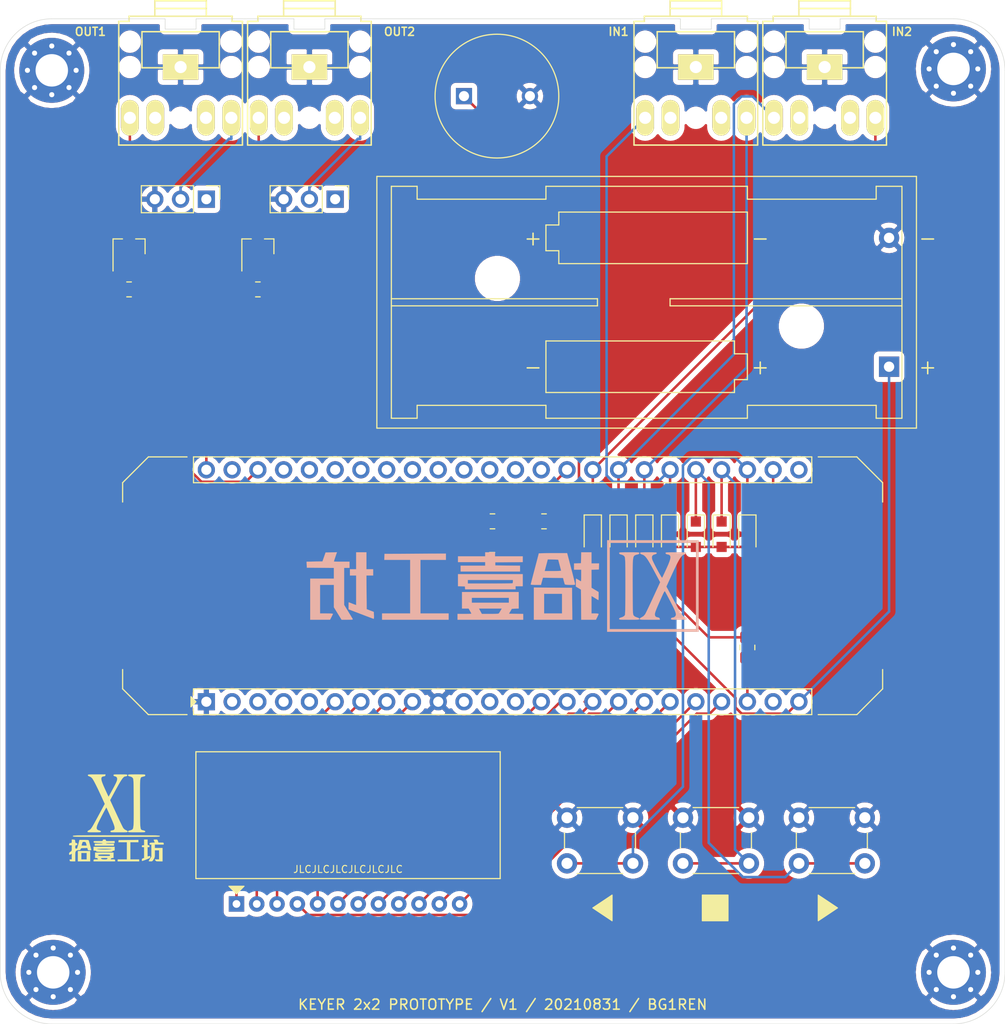
<source format=kicad_pcb>
(kicad_pcb (version 20171130) (host pcbnew "(5.1.10-1-10_14)")
  (layers (0 F.Cu signal) (31 B.Cu signal) (34 B.Paste user) (35 F.Paste user) (36 B.SilkS user) (37 F.SilkS user) (38 B.Mask user) (39 F.Mask user) (44 Edge.Cuts user))
  (net 0 "")
  (net 1 GND)
  (net 2 /BATT)
  (net 3 /WAKE)
  (net 4 /BTN_L)
  (net 5 /BTN_M)
  (net 6 /BTN_R)
  (net 7 /DIT1)
  (net 8 /DAH1)
  (net 9 /DIT2)
  (net 10 /DAH2)
  (net 11 "Net-(J1-Pad2)")
  (net 12 "Net-(J2-PadT)")
  (net 13 "Net-(J3-Pad2)")
  (net 14 "Net-(J4-PadT)")
  (net 15 "Net-(LS1-Pad1)")
  (net 16 "Net-(Q1-Pad1)")
  (net 17 "Net-(Q2-Pad1)")
  (net 18 /KEYING1)
  (net 19 /KEYING2)
  (net 20 /SIDETONE)
  (net 21 /COM3)
  (net 22 /SEG7)
  (net 23 /SEG6)
  (net 24 /SEG5)
  (net 25 /SEG4)
  (net 26 /SEG3)
  (net 27 /SEG2)
  (net 28 /SEG1)
  (net 29 /SEG0)
  (net 30 /COM2)
  (net 31 /COM1)
  (net 32 /COM0)
  (net 33 /ADC_IN)
  (module xi:xi-logo-b-40_10 (layer B.Cu) (at 100.33 106.68 180)
    (fp_text reference G*** hide)
    (fp_text value LOGO hide)
  )
  (module xi:xi-logo-a-10_09 (layer F.Cu) (at 62.23 129.54)
    (fp_text reference G*** hide)
    (fp_text value LOGO hide)
  )
  (module Resistor_SMD:R_0805_2012Metric_Pad1.20x1.40mm_HandSolder (layer F.Cu) (at 99.33 100.33 180)
    (fp_text reference R5 hide)
    (fp_text value 1M)
    (pad 2 smd roundrect (at 1 0 180) (size 1.2 1.4) (layers F.Cu F.Paste F.Mask) (roundrect_rratio 0.2083325) (net 1 GND))
    (pad 1 smd roundrect (at -1 0 180) (size 1.2 1.4) (layers F.Cu F.Paste F.Mask) (roundrect_rratio 0.2083325) (net 33 /ADC_IN))
  )
  (module Resistor_SMD:R_0805_2012Metric_Pad1.20x1.40mm_HandSolder (layer F.Cu) (at 104.41 100.33 180)
    (fp_text reference R4 hide)
    (fp_text value 2M)
    (pad 2 smd roundrect (at 1 0 180) (size 1.2 1.4) (layers F.Cu F.Paste F.Mask) (roundrect_rratio 0.2083325) (net 33 /ADC_IN))
    (pad 1 smd roundrect (at -1 0 180) (size 1.2 1.4) (layers F.Cu F.Paste F.Mask) (roundrect_rratio 0.2083325) (net 2 /BATT))
  )
  (module Capacitor_SMD:C_0805_2012Metric_Pad1.18x1.45mm_HandSolder (layer F.Cu) (at 99.2925 104.14 180)
    (fp_text reference C1 hide)
    (fp_text value 100n)
    (pad 2 smd roundrect (at 1.0375 0 180) (size 1.175 1.45) (layers F.Cu F.Paste F.Mask) (roundrect_rratio 0.2127659574468085) (net 1 GND))
    (pad 1 smd roundrect (at -1.0375 0 180) (size 1.175 1.45) (layers F.Cu F.Paste F.Mask) (roundrect_rratio 0.2127659574468085) (net 33 /ADC_IN))
  )
  (module Package_TO_SOT_SMD:SOT-23_Handsoldering (layer F.Cu) (at 76.2 73.255 90)
    (fp_text reference Q2 hide)
    (fp_text value 2N7002)
    (pad 3 smd rect (at 1.5 0 90) (size 1.9 0.8) (layers F.Cu F.Paste F.Mask) (net 14 "Net-(J4-PadT)"))
    (pad 2 smd rect (at -1.5 0.95 90) (size 1.9 0.8) (layers F.Cu F.Paste F.Mask) (net 1 GND))
    (pad 1 smd rect (at -1.5 -0.95 90) (size 1.9 0.8) (layers F.Cu F.Paste F.Mask) (net 17 "Net-(Q2-Pad1)"))
  )
  (module Package_TO_SOT_SMD:SOT-23_Handsoldering (layer F.Cu) (at 63.5 73.255 90)
    (fp_text reference Q1 hide)
    (fp_text value 2N7002)
    (pad 3 smd rect (at 1.5 0 90) (size 1.9 0.8) (layers F.Cu F.Paste F.Mask) (net 12 "Net-(J2-PadT)"))
    (pad 2 smd rect (at -1.5 0.95 90) (size 1.9 0.8) (layers F.Cu F.Paste F.Mask) (net 1 GND))
    (pad 1 smd rect (at -1.5 -0.95 90) (size 1.9 0.8) (layers F.Cu F.Paste F.Mask) (net 16 "Net-(Q1-Pad1)"))
  )
  (module Diode_SMD:D_SOD-323_HandSoldering (layer F.Cu) (at 109.22 101.6 270)
    (fp_text reference D7 hide)
    (fp_text value 1N4148WS)
    (pad 2 smd rect (at 1.25 0 270) (size 1 1) (layers F.Cu F.Paste F.Mask) (net 3 /WAKE))
    (pad 1 smd rect (at -1.25 0 270) (size 1 1) (layers F.Cu F.Paste F.Mask) (net 10 /DAH2))
  )
  (module Diode_SMD:D_SOD-323_HandSoldering (layer F.Cu) (at 111.76 101.6 270)
    (fp_text reference D6 hide)
    (fp_text value 1N4148WS)
    (pad 2 smd rect (at 1.25 0 270) (size 1 1) (layers F.Cu F.Paste F.Mask) (net 3 /WAKE))
    (pad 1 smd rect (at -1.25 0 270) (size 1 1) (layers F.Cu F.Paste F.Mask) (net 9 /DIT2))
  )
  (module Diode_SMD:D_SOD-323_HandSoldering (layer F.Cu) (at 114.3 101.6 270)
    (fp_text reference D5 hide)
    (fp_text value 1N4148WS)
    (pad 2 smd rect (at 1.25 0 270) (size 1 1) (layers F.Cu F.Paste F.Mask) (net 3 /WAKE))
    (pad 1 smd rect (at -1.25 0 270) (size 1 1) (layers F.Cu F.Paste F.Mask) (net 8 /DAH1))
  )
  (module Diode_SMD:D_SOD-323_HandSoldering (layer F.Cu) (at 116.84 101.6 270)
    (fp_text reference D4 hide)
    (fp_text value 1N4148WS)
    (pad 2 smd rect (at 1.25 0 270) (size 1 1) (layers F.Cu F.Paste F.Mask) (net 3 /WAKE))
    (pad 1 smd rect (at -1.25 0 270) (size 1 1) (layers F.Cu F.Paste F.Mask) (net 7 /DIT1))
  )
  (module Diode_SMD:D_SOD-323_HandSoldering (layer F.Cu) (at 119.38 101.6 270)
    (fp_text reference D3 hide)
    (fp_text value 1N4148WS)
    (pad 2 smd rect (at 1.25 0 270) (size 1 1) (layers F.Cu F.Paste F.Mask) (net 3 /WAKE))
    (pad 1 smd rect (at -1.25 0 270) (size 1 1) (layers F.Cu F.Paste F.Mask) (net 6 /BTN_R))
  )
  (module Diode_SMD:D_SOD-323_HandSoldering (layer F.Cu) (at 121.92 101.6 270)
    (fp_text reference D2 hide)
    (fp_text value 1N4148WS)
    (pad 2 smd rect (at 1.25 0 270) (size 1 1) (layers F.Cu F.Paste F.Mask) (net 3 /WAKE))
    (pad 1 smd rect (at -1.25 0 270) (size 1 1) (layers F.Cu F.Paste F.Mask) (net 5 /BTN_M))
  )
  (module Diode_SMD:D_SOD-323_HandSoldering (layer F.Cu) (at 124.46 101.6 270)
    (fp_text reference D1 hide)
    (fp_text value 1N4148WS)
    (pad 2 smd rect (at 1.25 0 270) (size 1 1) (layers F.Cu F.Paste F.Mask) (net 3 /WAKE))
    (pad 1 smd rect (at -1.25 0 270) (size 1 1) (layers F.Cu F.Paste F.Mask) (net 4 /BTN_L))
  )
  (module MountingHole:MountingHole_3.2mm_M3_Pad_Via (layer F.Cu) (at 144.78 144.78)
    (fp_text reference H4 hide)
    (fp_text value M4)
    (pad 1 thru_hole circle (at 1.697056 -1.697056) (size 0.8 0.8) (drill 0.5) (layers *.Cu *.Mask) (net 1 GND))
    (pad 1 thru_hole circle (at 0 -2.4) (size 0.8 0.8) (drill 0.5) (layers *.Cu *.Mask) (net 1 GND))
    (pad 1 thru_hole circle (at -1.697056 -1.697056) (size 0.8 0.8) (drill 0.5) (layers *.Cu *.Mask) (net 1 GND))
    (pad 1 thru_hole circle (at -2.4 0) (size 0.8 0.8) (drill 0.5) (layers *.Cu *.Mask) (net 1 GND))
    (pad 1 thru_hole circle (at -1.697056 1.697056) (size 0.8 0.8) (drill 0.5) (layers *.Cu *.Mask) (net 1 GND))
    (pad 1 thru_hole circle (at 0 2.4) (size 0.8 0.8) (drill 0.5) (layers *.Cu *.Mask) (net 1 GND))
    (pad 1 thru_hole circle (at 1.697056 1.697056) (size 0.8 0.8) (drill 0.5) (layers *.Cu *.Mask) (net 1 GND))
    (pad 1 thru_hole circle (at 2.4 0) (size 0.8 0.8) (drill 0.5) (layers *.Cu *.Mask) (net 1 GND))
    (pad 1 thru_hole circle (at 0 0) (size 6.4 6.4) (drill 3.2) (layers *.Cu *.Mask) (net 1 GND))
  )
  (module MountingHole:MountingHole_3.2mm_M3_Pad_Via (layer F.Cu) (at 144.78 55.74)
    (fp_text reference H3 hide)
    (fp_text value M3)
    (pad 1 thru_hole circle (at 1.697056 -1.697056) (size 0.8 0.8) (drill 0.5) (layers *.Cu *.Mask) (net 1 GND))
    (pad 1 thru_hole circle (at 0 -2.4) (size 0.8 0.8) (drill 0.5) (layers *.Cu *.Mask) (net 1 GND))
    (pad 1 thru_hole circle (at -1.697056 -1.697056) (size 0.8 0.8) (drill 0.5) (layers *.Cu *.Mask) (net 1 GND))
    (pad 1 thru_hole circle (at -2.4 0) (size 0.8 0.8) (drill 0.5) (layers *.Cu *.Mask) (net 1 GND))
    (pad 1 thru_hole circle (at -1.697056 1.697056) (size 0.8 0.8) (drill 0.5) (layers *.Cu *.Mask) (net 1 GND))
    (pad 1 thru_hole circle (at 0 2.4) (size 0.8 0.8) (drill 0.5) (layers *.Cu *.Mask) (net 1 GND))
    (pad 1 thru_hole circle (at 1.697056 1.697056) (size 0.8 0.8) (drill 0.5) (layers *.Cu *.Mask) (net 1 GND))
    (pad 1 thru_hole circle (at 2.4 0) (size 0.8 0.8) (drill 0.5) (layers *.Cu *.Mask) (net 1 GND))
    (pad 1 thru_hole circle (at 0 0) (size 6.4 6.4) (drill 3.2) (layers *.Cu *.Mask) (net 1 GND))
  )
  (module MountingHole:MountingHole_3.2mm_M3_Pad_Via (layer F.Cu) (at 56.02 144.78)
    (fp_text reference H2 hide)
    (fp_text value M2)
    (pad 1 thru_hole circle (at 1.697056 -1.697056) (size 0.8 0.8) (drill 0.5) (layers *.Cu *.Mask) (net 1 GND))
    (pad 1 thru_hole circle (at 0 -2.4) (size 0.8 0.8) (drill 0.5) (layers *.Cu *.Mask) (net 1 GND))
    (pad 1 thru_hole circle (at -1.697056 -1.697056) (size 0.8 0.8) (drill 0.5) (layers *.Cu *.Mask) (net 1 GND))
    (pad 1 thru_hole circle (at -2.4 0) (size 0.8 0.8) (drill 0.5) (layers *.Cu *.Mask) (net 1 GND))
    (pad 1 thru_hole circle (at -1.697056 1.697056) (size 0.8 0.8) (drill 0.5) (layers *.Cu *.Mask) (net 1 GND))
    (pad 1 thru_hole circle (at 0 2.4) (size 0.8 0.8) (drill 0.5) (layers *.Cu *.Mask) (net 1 GND))
    (pad 1 thru_hole circle (at 1.697056 1.697056) (size 0.8 0.8) (drill 0.5) (layers *.Cu *.Mask) (net 1 GND))
    (pad 1 thru_hole circle (at 2.4 0) (size 0.8 0.8) (drill 0.5) (layers *.Cu *.Mask) (net 1 GND))
    (pad 1 thru_hole circle (at 0 0) (size 6.4 6.4) (drill 3.2) (layers *.Cu *.Mask) (net 1 GND))
  )
  (module MountingHole:MountingHole_3.2mm_M3_Pad_Via (layer F.Cu) (at 55.88 55.88)
    (fp_text reference H1 hide)
    (fp_text value M1)
    (pad 1 thru_hole circle (at 1.697056 -1.697056) (size 0.8 0.8) (drill 0.5) (layers *.Cu *.Mask) (net 1 GND))
    (pad 1 thru_hole circle (at 0 -2.4) (size 0.8 0.8) (drill 0.5) (layers *.Cu *.Mask) (net 1 GND))
    (pad 1 thru_hole circle (at -1.697056 -1.697056) (size 0.8 0.8) (drill 0.5) (layers *.Cu *.Mask) (net 1 GND))
    (pad 1 thru_hole circle (at -2.4 0) (size 0.8 0.8) (drill 0.5) (layers *.Cu *.Mask) (net 1 GND))
    (pad 1 thru_hole circle (at -1.697056 1.697056) (size 0.8 0.8) (drill 0.5) (layers *.Cu *.Mask) (net 1 GND))
    (pad 1 thru_hole circle (at 0 2.4) (size 0.8 0.8) (drill 0.5) (layers *.Cu *.Mask) (net 1 GND))
    (pad 1 thru_hole circle (at 1.697056 1.697056) (size 0.8 0.8) (drill 0.5) (layers *.Cu *.Mask) (net 1 GND))
    (pad 1 thru_hole circle (at 2.4 0) (size 0.8 0.8) (drill 0.5) (layers *.Cu *.Mask) (net 1 GND))
    (pad 1 thru_hole circle (at 0 0) (size 6.4 6.4) (drill 3.2) (layers *.Cu *.Mask) (net 1 GND))
  )
  (module bg1ren:LCD-SEG-4 (layer F.Cu) (at 85.09 129.54)
    (fp_text reference U2 hide)
    (fp_text value DISPLAY)
    (pad 12 thru_hole circle (at 11 8.5) (size 1.524 1.524) (drill 0.762) (layers *.Cu *.Mask) (net 22 /SEG7))
    (pad 11 thru_hole circle (at 9 8.5) (size 1.524 1.524) (drill 0.762) (layers *.Cu *.Mask) (net 23 /SEG6))
    (pad 10 thru_hole circle (at 7 8.5) (size 1.524 1.524) (drill 0.762) (layers *.Cu *.Mask) (net 24 /SEG5))
    (pad 9 thru_hole circle (at 5 8.5) (size 1.524 1.524) (drill 0.762) (layers *.Cu *.Mask) (net 25 /SEG4))
    (pad 8 thru_hole circle (at 3 8.5) (size 1.524 1.524) (drill 0.762) (layers *.Cu *.Mask) (net 26 /SEG3))
    (pad 7 thru_hole circle (at 1 8.5) (size 1.524 1.524) (drill 0.762) (layers *.Cu *.Mask) (net 27 /SEG2))
    (pad 6 thru_hole circle (at -1 8.5) (size 1.524 1.524) (drill 0.762) (layers *.Cu *.Mask) (net 28 /SEG1))
    (pad 5 thru_hole circle (at -3 8.5) (size 1.524 1.524) (drill 0.762) (layers *.Cu *.Mask) (net 29 /SEG0))
    (pad 4 thru_hole circle (at -5 8.5) (size 1.524 1.524) (drill 0.762) (layers *.Cu *.Mask) (net 21 /COM3))
    (pad 3 thru_hole circle (at -7 8.5) (size 1.524 1.524) (drill 0.762) (layers *.Cu *.Mask) (net 30 /COM2))
    (pad 2 thru_hole circle (at -9 8.5) (size 1.524 1.524) (drill 0.762) (layers *.Cu *.Mask) (net 31 /COM1))
    (pad 1 thru_hole rect (at -11 8.5) (size 1.524 1.524) (drill 0.762) (layers *.Cu *.Mask) (net 32 /COM0))
  )
  (module bg1ren:STM8L052C6T6-GreenPill-v1 (layer F.Cu) (at 100.33 106.68 90)
    (fp_text reference U1 hide)
    (fp_text value STM8L052C6T6-GreenPill-v1)
    (pad 48 thru_hole circle (at 11.43 -29.21 90) (size 1.7 1.7) (drill 1) (layers *.Cu *.Mask) (net 19 /KEYING2))
    (pad 47 thru_hole circle (at 11.43 -26.67 90) (size 1.7 1.7) (drill 1) (layers *.Cu *.Mask))
    (pad 46 thru_hole circle (at 11.43 -24.13 90) (size 1.7 1.7) (drill 1) (layers *.Cu *.Mask) (net 18 /KEYING1))
    (pad 45 thru_hole circle (at 11.43 -21.59 90) (size 1.7 1.7) (drill 1) (layers *.Cu *.Mask))
    (pad 44 thru_hole circle (at 11.43 -19.05 90) (size 1.7 1.7) (drill 1) (layers *.Cu *.Mask))
    (pad 43 thru_hole circle (at 11.43 -16.51 90) (size 1.7 1.7) (drill 1) (layers *.Cu *.Mask))
    (pad 42 thru_hole circle (at 11.43 -13.97 90) (size 1.7 1.7) (drill 1) (layers *.Cu *.Mask))
    (pad 41 thru_hole circle (at 11.43 -11.43 90) (size 1.7 1.7) (drill 1) (layers *.Cu *.Mask))
    (pad 40 thru_hole circle (at 11.43 -8.89 90) (size 1.7 1.7) (drill 1) (layers *.Cu *.Mask))
    (pad 39 thru_hole circle (at 11.43 -6.35 90) (size 1.7 1.7) (drill 1) (layers *.Cu *.Mask))
    (pad 38 thru_hole circle (at 11.43 -3.81 90) (size 1.7 1.7) (drill 1) (layers *.Cu *.Mask))
    (pad 37 thru_hole circle (at 11.43 -1.27 90) (size 1.7 1.7) (drill 1) (layers *.Cu *.Mask))
    (pad 36 thru_hole circle (at 11.43 1.27 90) (size 1.7 1.7) (drill 1) (layers *.Cu *.Mask))
    (pad 35 thru_hole circle (at 11.43 3.81 90) (size 1.7 1.7) (drill 1) (layers *.Cu *.Mask))
    (pad 34 thru_hole circle (at 11.43 6.35 90) (size 1.7 1.7) (drill 1) (layers *.Cu *.Mask) (net 33 /ADC_IN))
    (pad 33 thru_hole circle (at 11.43 8.89 90) (size 1.7 1.7) (drill 1) (layers *.Cu *.Mask) (net 10 /DAH2))
    (pad 32 thru_hole circle (at 11.43 11.43 90) (size 1.7 1.7) (drill 1) (layers *.Cu *.Mask) (net 9 /DIT2))
    (pad 31 thru_hole circle (at 11.43 13.97 90) (size 1.7 1.7) (drill 1) (layers *.Cu *.Mask) (net 8 /DAH1))
    (pad 30 thru_hole circle (at 11.43 16.51 90) (size 1.7 1.7) (drill 1) (layers *.Cu *.Mask) (net 7 /DIT1))
    (pad 29 thru_hole circle (at 11.43 19.05 90) (size 1.7 1.7) (drill 1) (layers *.Cu *.Mask) (net 6 /BTN_R))
    (pad 28 thru_hole circle (at 11.43 21.59 90) (size 1.7 1.7) (drill 1) (layers *.Cu *.Mask) (net 5 /BTN_M))
    (pad 27 thru_hole circle (at 11.43 24.13 90) (size 1.7 1.7) (drill 1) (layers *.Cu *.Mask) (net 4 /BTN_L))
    (pad 26 thru_hole circle (at 11.43 26.67 90) (size 1.7 1.7) (drill 1) (layers *.Cu *.Mask) (net 3 /WAKE))
    (pad 25 thru_hole circle (at 11.43 29.21 90) (size 1.7 1.7) (drill 1) (layers *.Cu *.Mask))
    (pad 24 thru_hole circle (at -11.43 29.21 90) (size 1.7 1.7) (drill 1) (layers *.Cu *.Mask) (net 2 /BATT))
    (pad 23 thru_hole circle (at -11.43 26.67 90) (size 1.7 1.7) (drill 1) (layers *.Cu *.Mask))
    (pad 22 thru_hole circle (at -11.43 24.13 90) (size 1.7 1.7) (drill 1) (layers *.Cu *.Mask) (net 20 /SIDETONE))
    (pad 21 thru_hole circle (at -11.43 21.59 90) (size 1.7 1.7) (drill 1) (layers *.Cu *.Mask) (net 21 /COM3))
    (pad 20 thru_hole circle (at -11.43 19.05 90) (size 1.7 1.7) (drill 1) (layers *.Cu *.Mask) (net 22 /SEG7))
    (pad 19 thru_hole circle (at -11.43 16.51 90) (size 1.7 1.7) (drill 1) (layers *.Cu *.Mask) (net 23 /SEG6))
    (pad 18 thru_hole circle (at -11.43 13.97 90) (size 1.7 1.7) (drill 1) (layers *.Cu *.Mask) (net 24 /SEG5))
    (pad 17 thru_hole circle (at -11.43 11.43 90) (size 1.7 1.7) (drill 1) (layers *.Cu *.Mask) (net 25 /SEG4))
    (pad 16 thru_hole circle (at -11.43 8.89 90) (size 1.7 1.7) (drill 1) (layers *.Cu *.Mask) (net 26 /SEG3))
    (pad 15 thru_hole circle (at -11.43 6.35 90) (size 1.7 1.7) (drill 1) (layers *.Cu *.Mask) (net 27 /SEG2))
    (pad 14 thru_hole circle (at -11.43 3.81 90) (size 1.7 1.7) (drill 1) (layers *.Cu *.Mask) (net 28 /SEG1))
    (pad 13 thru_hole circle (at -11.43 1.27 90) (size 1.7 1.7) (drill 1) (layers *.Cu *.Mask))
    (pad 12 thru_hole circle (at -11.43 -1.27 90) (size 1.7 1.7) (drill 1) (layers *.Cu *.Mask))
    (pad 11 thru_hole circle (at -11.43 -3.81 90) (size 1.7 1.7) (drill 1) (layers *.Cu *.Mask))
    (pad 10 thru_hole circle (at -11.43 -6.35 90) (size 1.7 1.7) (drill 1) (layers *.Cu *.Mask) (net 1 GND))
    (pad 9 thru_hole circle (at -11.43 -8.89 90) (size 1.7 1.7) (drill 1) (layers *.Cu *.Mask) (net 29 /SEG0))
    (pad 8 thru_hole circle (at -11.43 -11.43 90) (size 1.7 1.7) (drill 1) (layers *.Cu *.Mask) (net 30 /COM2))
    (pad 7 thru_hole circle (at -11.43 -13.97 90) (size 1.7 1.7) (drill 1) (layers *.Cu *.Mask) (net 31 /COM1))
    (pad 6 thru_hole circle (at -11.43 -16.51 90) (size 1.7 1.7) (drill 1) (layers *.Cu *.Mask) (net 32 /COM0))
    (pad 5 thru_hole circle (at -11.43 -19.05 90) (size 1.7 1.7) (drill 1) (layers *.Cu *.Mask))
    (pad 4 thru_hole circle (at -11.43 -21.59 90) (size 1.7 1.7) (drill 1) (layers *.Cu *.Mask))
    (pad 3 thru_hole circle (at -11.43 -24.13 90) (size 1.7 1.7) (drill 1) (layers *.Cu *.Mask))
    (pad 2 thru_hole circle (at -11.43 -26.67 90) (size 1.7 1.7) (drill 1) (layers *.Cu *.Mask))
    (pad 1 thru_hole rect (at -11.43 -29.21 90) (size 1.7 1.7) (drill 1) (layers *.Cu *.Mask) (net 1 GND))
  )
  (module Button_Switch_THT:SW_PUSH_6mm_H4.3mm (layer F.Cu) (at 129.54 129.54)
    (fp_text reference SW3 hide)
    (fp_text value BTN_R)
    (pad 1 thru_hole circle (at 6.5 0 90) (size 2 2) (drill 1.1) (layers *.Cu *.Mask) (net 1 GND))
    (pad 2 thru_hole circle (at 6.5 4.5 90) (size 2 2) (drill 1.1) (layers *.Cu *.Mask) (net 6 /BTN_R))
    (pad 1 thru_hole circle (at 0 0 90) (size 2 2) (drill 1.1) (layers *.Cu *.Mask) (net 1 GND))
    (pad 2 thru_hole circle (at 0 4.5 90) (size 2 2) (drill 1.1) (layers *.Cu *.Mask) (net 6 /BTN_R))
  )
  (module Button_Switch_THT:SW_PUSH_6mm_H4.3mm (layer F.Cu) (at 118.11 129.54)
    (fp_text reference SW2 hide)
    (fp_text value BTN_M)
    (pad 1 thru_hole circle (at 6.5 0 90) (size 2 2) (drill 1.1) (layers *.Cu *.Mask) (net 1 GND))
    (pad 2 thru_hole circle (at 6.5 4.5 90) (size 2 2) (drill 1.1) (layers *.Cu *.Mask) (net 5 /BTN_M))
    (pad 1 thru_hole circle (at 0 0 90) (size 2 2) (drill 1.1) (layers *.Cu *.Mask) (net 1 GND))
    (pad 2 thru_hole circle (at 0 4.5 90) (size 2 2) (drill 1.1) (layers *.Cu *.Mask) (net 5 /BTN_M))
  )
  (module Button_Switch_THT:SW_PUSH_6mm_H4.3mm (layer F.Cu) (at 106.68 129.54)
    (fp_text reference SW1 hide)
    (fp_text value BTN_L)
    (pad 1 thru_hole circle (at 6.5 0 90) (size 2 2) (drill 1.1) (layers *.Cu *.Mask) (net 1 GND))
    (pad 2 thru_hole circle (at 6.5 4.5 90) (size 2 2) (drill 1.1) (layers *.Cu *.Mask) (net 4 /BTN_L))
    (pad 1 thru_hole circle (at 0 0 90) (size 2 2) (drill 1.1) (layers *.Cu *.Mask) (net 1 GND))
    (pad 2 thru_hole circle (at 0 4.5 90) (size 2 2) (drill 1.1) (layers *.Cu *.Mask) (net 4 /BTN_L))
  )
  (module Resistor_SMD:R_0805_2012Metric_Pad1.20x1.40mm_HandSolder (layer F.Cu) (at 124.46 112.76 270)
    (fp_text reference R3 hide)
    (fp_text value 220)
    (pad 2 smd roundrect (at 1 0 270) (size 1.2 1.4) (layers F.Cu F.Paste F.Mask) (roundrect_rratio 0.2083325) (net 20 /SIDETONE))
    (pad 1 smd roundrect (at -1 0 270) (size 1.2 1.4) (layers F.Cu F.Paste F.Mask) (roundrect_rratio 0.2083325) (net 15 "Net-(LS1-Pad1)"))
  )
  (module Resistor_SMD:R_0805_2012Metric_Pad1.20x1.40mm_HandSolder (layer F.Cu) (at 76.2 77.47)
    (fp_text reference R2 hide)
    (fp_text value 10K)
    (pad 2 smd roundrect (at 1 0) (size 1.2 1.4) (layers F.Cu F.Paste F.Mask) (roundrect_rratio 0.2083325) (net 19 /KEYING2))
    (pad 1 smd roundrect (at -1 0) (size 1.2 1.4) (layers F.Cu F.Paste F.Mask) (roundrect_rratio 0.2083325) (net 17 "Net-(Q2-Pad1)"))
  )
  (module Resistor_SMD:R_0805_2012Metric_Pad1.20x1.40mm_HandSolder (layer F.Cu) (at 63.5 77.47)
    (fp_text reference R1 hide)
    (fp_text value 10K)
    (pad 2 smd roundrect (at 1 0) (size 1.2 1.4) (layers F.Cu F.Paste F.Mask) (roundrect_rratio 0.2083325) (net 18 /KEYING1))
    (pad 1 smd roundrect (at -1 0) (size 1.2 1.4) (layers F.Cu F.Paste F.Mask) (roundrect_rratio 0.2083325) (net 16 "Net-(Q1-Pad1)"))
  )
  (module Buzzer_Beeper:MagneticBuzzer_ProSignal_ABT-410-RC (layer F.Cu) (at 96.52 58.42)
    (fp_text reference LS1 hide)
    (fp_text value TONE)
    (pad 2 thru_hole circle (at 6.5 0) (size 1.6 1.6) (drill 1) (layers *.Cu *.Mask) (net 1 GND))
    (pad 1 thru_hole rect (at 0 0) (size 1.6 1.6) (drill 1) (layers *.Cu *.Mask) (net 15 "Net-(LS1-Pad1)"))
  )
  (module bg1ren:Tayda_3.5mm_stereo_TRS_jack_A-853 (layer F.Cu) (at 132.08 57.15)
    (fp_text reference J6 hide)
    (fp_text value IN2 (at 7.62 -5.08) (layer F.SilkS) (effects (font (size 0.8 0.8))))
    (pad "" np_thru_hole circle (at 0 3.404) (size 1.2 1.2) (drill 1.2) (layers *.Cu *.Mask))
    (pad "" np_thru_hole circle (at -5 -4.096) (size 1.2 1.2) (drill 1.2) (layers *.Cu *.Mask))
    (pad "" np_thru_hole circle (at -5 -1.596) (size 1.2 1.2) (drill 1.2) (layers *.Cu *.Mask))
    (pad "" np_thru_hole circle (at 5 -4.096) (size 1.2 1.2) (drill 1.2) (layers *.Cu *.Mask))
    (pad "" np_thru_hole circle (at 5 -1.596) (size 1.2 1.2) (drill 1.2) (layers *.Cu *.Mask))
    (pad TN thru_hole oval (at -2.5 3.41) (size 1.75 3.5) (drill 1.2) (layers *.Cu *.Mask F.SilkS))
    (pad RN thru_hole oval (at 2.5 3.41) (size 1.75 3.5) (drill 1.2) (layers *.Cu *.Mask F.SilkS))
    (pad T thru_hole oval (at -5 3.41) (size 1.75 3.5) (drill 1.2) (layers *.Cu *.Mask F.SilkS) (net 9 /DIT2))
    (pad R thru_hole oval (at 5 3.41) (size 1.75 3.5) (drill 1.2) (layers *.Cu *.Mask F.SilkS) (net 10 /DAH2))
    (pad S thru_hole rect (at 0 -1.596) (size 3.5 2.5) (drill 1.2) (layers *.Cu *.Mask F.SilkS) (net 1 GND))
  )
  (module bg1ren:Tayda_3.5mm_stereo_TRS_jack_A-853 (layer F.Cu) (at 119.38 57.15)
    (fp_text reference J5 hide)
    (fp_text value IN1 (at -7.62 -5.08) (layer F.SilkS) (effects (font (size 0.8 0.8))))
    (pad "" np_thru_hole circle (at 0 3.404) (size 1.2 1.2) (drill 1.2) (layers *.Cu *.Mask))
    (pad "" np_thru_hole circle (at -5 -4.096) (size 1.2 1.2) (drill 1.2) (layers *.Cu *.Mask))
    (pad "" np_thru_hole circle (at -5 -1.596) (size 1.2 1.2) (drill 1.2) (layers *.Cu *.Mask))
    (pad "" np_thru_hole circle (at 5 -4.096) (size 1.2 1.2) (drill 1.2) (layers *.Cu *.Mask))
    (pad "" np_thru_hole circle (at 5 -1.596) (size 1.2 1.2) (drill 1.2) (layers *.Cu *.Mask))
    (pad TN thru_hole oval (at -2.5 3.41) (size 1.75 3.5) (drill 1.2) (layers *.Cu *.Mask F.SilkS))
    (pad RN thru_hole oval (at 2.5 3.41) (size 1.75 3.5) (drill 1.2) (layers *.Cu *.Mask F.SilkS))
    (pad T thru_hole oval (at -5 3.41) (size 1.75 3.5) (drill 1.2) (layers *.Cu *.Mask F.SilkS) (net 7 /DIT1))
    (pad R thru_hole oval (at 5 3.41) (size 1.75 3.5) (drill 1.2) (layers *.Cu *.Mask F.SilkS) (net 8 /DAH1))
    (pad S thru_hole rect (at 0 -1.596) (size 3.5 2.5) (drill 1.2) (layers *.Cu *.Mask F.SilkS) (net 1 GND))
  )
  (module bg1ren:Tayda_3.5mm_stereo_TRS_jack_A-853 (layer F.Cu) (at 81.28 57.15)
    (fp_text reference J4 hide)
    (fp_text value OUT2 (at 8.89 -5.08) (layer F.SilkS) (effects (font (size 0.8 0.8))))
    (pad "" np_thru_hole circle (at 0 3.404) (size 1.2 1.2) (drill 1.2) (layers *.Cu *.Mask))
    (pad "" np_thru_hole circle (at -5 -4.096) (size 1.2 1.2) (drill 1.2) (layers *.Cu *.Mask))
    (pad "" np_thru_hole circle (at -5 -1.596) (size 1.2 1.2) (drill 1.2) (layers *.Cu *.Mask))
    (pad "" np_thru_hole circle (at 5 -4.096) (size 1.2 1.2) (drill 1.2) (layers *.Cu *.Mask))
    (pad "" np_thru_hole circle (at 5 -1.596) (size 1.2 1.2) (drill 1.2) (layers *.Cu *.Mask))
    (pad TN thru_hole oval (at -2.5 3.41) (size 1.75 3.5) (drill 1.2) (layers *.Cu *.Mask F.SilkS))
    (pad RN thru_hole oval (at 2.5 3.41) (size 1.75 3.5) (drill 1.2) (layers *.Cu *.Mask F.SilkS))
    (pad T thru_hole oval (at -5 3.41) (size 1.75 3.5) (drill 1.2) (layers *.Cu *.Mask F.SilkS) (net 14 "Net-(J4-PadT)"))
    (pad R thru_hole oval (at 5 3.41) (size 1.75 3.5) (drill 1.2) (layers *.Cu *.Mask F.SilkS) (net 13 "Net-(J3-Pad2)"))
    (pad S thru_hole rect (at 0 -1.596) (size 3.5 2.5) (drill 1.2) (layers *.Cu *.Mask F.SilkS) (net 1 GND))
  )
  (module Connector_PinHeader_2.54mm:PinHeader_1x03_P2.54mm_Vertical (layer F.Cu) (at 83.82 68.58 270)
    (fp_text reference J3 hide)
    (fp_text value R2GND)
    (pad 3 thru_hole oval (at 0 5.08 270) (size 1.7 1.7) (drill 1) (layers *.Cu *.Mask) (net 1 GND))
    (pad 2 thru_hole oval (at 0 2.54 270) (size 1.7 1.7) (drill 1) (layers *.Cu *.Mask) (net 13 "Net-(J3-Pad2)"))
    (pad 1 thru_hole rect (at 0 0 270) (size 1.7 1.7) (drill 1) (layers *.Cu *.Mask))
  )
  (module bg1ren:Tayda_3.5mm_stereo_TRS_jack_A-853 (layer F.Cu) (at 68.58 57.15)
    (fp_text reference J2 hide)
    (fp_text value OUT1 (at -8.89 -5.08) (layer F.SilkS) (effects (font (size 0.8 0.8))))
    (pad "" np_thru_hole circle (at 0 3.404) (size 1.2 1.2) (drill 1.2) (layers *.Cu *.Mask))
    (pad "" np_thru_hole circle (at -5 -4.096) (size 1.2 1.2) (drill 1.2) (layers *.Cu *.Mask))
    (pad "" np_thru_hole circle (at -5 -1.596) (size 1.2 1.2) (drill 1.2) (layers *.Cu *.Mask))
    (pad "" np_thru_hole circle (at 5 -4.096) (size 1.2 1.2) (drill 1.2) (layers *.Cu *.Mask))
    (pad "" np_thru_hole circle (at 5 -1.596) (size 1.2 1.2) (drill 1.2) (layers *.Cu *.Mask))
    (pad TN thru_hole oval (at -2.5 3.41) (size 1.75 3.5) (drill 1.2) (layers *.Cu *.Mask F.SilkS))
    (pad RN thru_hole oval (at 2.5 3.41) (size 1.75 3.5) (drill 1.2) (layers *.Cu *.Mask F.SilkS))
    (pad T thru_hole oval (at -5 3.41) (size 1.75 3.5) (drill 1.2) (layers *.Cu *.Mask F.SilkS) (net 12 "Net-(J2-PadT)"))
    (pad R thru_hole oval (at 5 3.41) (size 1.75 3.5) (drill 1.2) (layers *.Cu *.Mask F.SilkS) (net 11 "Net-(J1-Pad2)"))
    (pad S thru_hole rect (at 0 -1.596) (size 3.5 2.5) (drill 1.2) (layers *.Cu *.Mask F.SilkS) (net 1 GND))
  )
  (module Connector_PinHeader_2.54mm:PinHeader_1x03_P2.54mm_Vertical (layer F.Cu) (at 71.12 68.58 270)
    (fp_text reference J1 hide)
    (fp_text value R1GND)
    (pad 3 thru_hole oval (at 0 5.08 270) (size 1.7 1.7) (drill 1) (layers *.Cu *.Mask) (net 1 GND))
    (pad 2 thru_hole oval (at 0 2.54 270) (size 1.7 1.7) (drill 1) (layers *.Cu *.Mask) (net 11 "Net-(J1-Pad2)"))
    (pad 1 thru_hole rect (at 0 0 270) (size 1.7 1.7) (drill 1) (layers *.Cu *.Mask))
  )
  (module Battery:BatteryHolder_Keystone_2468_2xAAA (layer F.Cu) (at 138.43 85.09 180)
    (fp_text reference BT1 hide)
    (fp_text value 3V)
    (fp_text user + (at 35.1 12.7) (layer F.SilkS) (effects (font (size 1.5 1.5))))
    (fp_text user - (at 12.7 12.7) (layer F.SilkS) (effects (font (size 1.5 1.5))))
    (fp_text user - (at 35.1 0) (layer F.SilkS) (effects (font (size 1.5 1.5))))
    (fp_text user + (at 12.7 0) (layer F.SilkS) (effects (font (size 1.5 1.5))))
    (fp_text user - (at -3.81 12.7) (layer F.SilkS) (effects (font (size 1.5 1.5))))
    (fp_text user + (at -3.81 0) (layer F.SilkS) (effects (font (size 1.5 1.5))))
    (pad "" np_thru_hole circle (at 38.61 8.7 180) (size 3.45 3.45) (drill 3.45) (layers *.Cu *.Mask))
    (pad "" np_thru_hole circle (at 8.64 4 180) (size 3.45 3.45) (drill 3.45) (layers *.Cu))
    (pad 2 thru_hole circle (at 0 12.7 180) (size 2 2) (drill 1.02) (layers *.Cu *.Mask) (net 1 GND))
    (pad 1 thru_hole rect (at 0 0 180) (size 2 2) (drill 1.02) (layers *.Cu *.Mask) (net 2 /BATT))
  )
  (gr_text JLCJLCJLCJLCJLCJLC (at 85.09 134.62) (layer F.SilkS) (effects (font (size 0.7 0.7) (thickness 0.1))))
  (gr_text "KEYER 2x2 PROTOTYPE / V1 / 20210831 / BG1REN" (at 100.33 147.955) (layer F.SilkS) (effects (font (size 1 1))))
  (gr_poly (pts (xy 133.35 138.43) (xy 131.445 139.7) (xy 131.445 137.16)) (layer F.SilkS) (width 0.1))
  (gr_poly (pts (xy 111.125 139.7) (xy 109.22 138.43) (xy 111.125 137.16)) (layer F.SilkS) (width 0.1))
  (gr_poly (pts (xy 122.555 139.7) (xy 120.015 139.7) (xy 120.015 137.16) (xy 122.555 137.16)) (layer F.SilkS) (width 0.1))
  (gr_line (start 133.604 50.8) (end 144.78 50.8) (layer Edge.Cuts) (width 0.05))
  (gr_line (start 120.904 50.8) (end 130.556 50.8) (layer Edge.Cuts) (width 0.05))
  (gr_line (start 130.556 51.816) (end 133.604 51.816) (layer Edge.Cuts) (width 0.05))
  (gr_line (start 130.556 50.8) (end 130.556 51.816) (layer Edge.Cuts) (width 0.05))
  (gr_line (start 133.604 51.816) (end 133.604 50.8) (layer Edge.Cuts) (width 0.05))
  (gr_line (start 117.856 51.816) (end 120.904 51.816) (layer Edge.Cuts) (width 0.05))
  (gr_line (start 117.856 50.8) (end 117.856 51.816) (layer Edge.Cuts) (width 0.05))
  (gr_line (start 120.904 51.816) (end 120.904 50.8) (layer Edge.Cuts) (width 0.05))
  (gr_line (start 79.756 51.816) (end 82.804 51.816) (layer Edge.Cuts) (width 0.05))
  (gr_line (start 79.756 50.8) (end 79.756 51.816) (layer Edge.Cuts) (width 0.05))
  (gr_line (start 82.804 51.816) (end 82.804 50.8) (layer Edge.Cuts) (width 0.05))
  (gr_line (start 67.056 50.8) (end 55.88 50.8) (layer Edge.Cuts) (width 0.05))
  (gr_line (start 79.756 50.8) (end 70.104 50.8) (layer Edge.Cuts) (width 0.05))
  (gr_line (start 70.104 51.816) (end 70.104 50.8) (layer Edge.Cuts) (width 0.05))
  (gr_line (start 67.056 51.816) (end 70.104 51.816) (layer Edge.Cuts) (width 0.05))
  (gr_line (start 67.056 50.8) (end 67.056 51.816) (layer Edge.Cuts) (width 0.05))
  (gr_arc (start 144.78 55.88) (end 149.86 55.88) (angle -90) (layer Edge.Cuts) (width 0.05))
  (gr_arc (start 144.78 144.78) (end 144.78 149.86) (angle -90) (layer Edge.Cuts) (width 0.05))
  (gr_arc (start 55.88 144.78) (end 50.8 144.78) (angle -90) (layer Edge.Cuts) (width 0.05))
  (gr_arc (start 55.88 55.88) (end 55.88 50.8) (angle -90) (layer Edge.Cuts) (width 0.05))
  (gr_line (start 50.8 144.78) (end 50.8 55.88) (layer Edge.Cuts) (width 0.05))
  (gr_line (start 144.78 149.86) (end 55.88 149.86) (layer Edge.Cuts) (width 0.05))
  (gr_line (start 149.86 55.88) (end 149.86 144.78) (layer Edge.Cuts) (width 0.05))
  (gr_line (start 82.804 50.8) (end 117.856 50.8) (layer Edge.Cuts) (width 0.05))
  (segment (start 138.43 85.09) (end 138.43 109.22) (width 0.25) (layer B.Cu) (net 2))
  (segment (start 138.43 109.22) (end 129.54 118.11) (width 0.25) (layer B.Cu) (net 2))
  (segment (start 105.41 105.41) (end 107.95 107.95) (width 0.25) (layer F.Cu) (net 2))
  (segment (start 105.41 100.33) (end 105.41 105.41) (width 0.25) (layer F.Cu) (net 2))
  (segment (start 128.364999 119.285001) (end 129.54 118.11) (width 0.25) (layer F.Cu) (net 2))
  (segment (start 123.284999 118.674001) (end 123.895999 119.285001) (width 0.25) (layer F.Cu) (net 2))
  (segment (start 123.284999 117.735997) (end 123.284999 118.674001) (width 0.25) (layer F.Cu) (net 2))
  (segment (start 113.499002 107.95) (end 123.284999 117.735997) (width 0.25) (layer F.Cu) (net 2))
  (segment (start 123.895999 119.285001) (end 128.364999 119.285001) (width 0.25) (layer F.Cu) (net 2))
  (segment (start 107.95 107.95) (end 113.499002 107.95) (width 0.25) (layer F.Cu) (net 2))
  (segment (start 111.76 102.85) (end 114.3 102.85) (width 0.25) (layer F.Cu) (net 3))
  (segment (start 109.22 102.85) (end 111.76 102.85) (width 0.25) (layer F.Cu) (net 3))
  (segment (start 114.3 102.85) (end 116.84 102.85) (width 0.25) (layer F.Cu) (net 3))
  (segment (start 116.84 102.85) (end 119.38 102.85) (width 0.25) (layer F.Cu) (net 3))
  (segment (start 119.38 102.85) (end 121.92 102.85) (width 0.25) (layer F.Cu) (net 3))
  (segment (start 121.92 102.85) (end 124.46 102.85) (width 0.25) (layer F.Cu) (net 3))
  (segment (start 127 95.25) (end 127 100.31) (width 0.25) (layer F.Cu) (net 3))
  (segment (start 127 100.31) (end 124.46 102.85) (width 0.25) (layer F.Cu) (net 3))
  (segment (start 106.68 134.04) (end 113.18 134.04) (width 0.25) (layer F.Cu) (net 4))
  (segment (start 124.46 95.25) (end 123.2403 94.0303) (width 0.25) (layer B.Cu) (net 4))
  (segment (start 123.2403 94.0303) (end 118.8983 94.0303) (width 0.25) (layer B.Cu) (net 4))
  (segment (start 118.8983 94.0303) (end 118.11 94.8186) (width 0.25) (layer B.Cu) (net 4))
  (segment (start 118.11 94.8186) (end 118.11 126.4844) (width 0.25) (layer B.Cu) (net 4))
  (segment (start 118.11 126.4844) (end 113.18 131.4144) (width 0.25) (layer B.Cu) (net 4))
  (segment (start 113.18 131.4144) (end 113.18 134.04) (width 0.25) (layer B.Cu) (net 4))
  (segment (start 124.46 95.25) (end 124.46 100.35) (width 0.25) (layer F.Cu) (net 4))
  (segment (start 124.61 134.04) (end 123.244 132.674) (width 0.25) (layer B.Cu) (net 5))
  (segment (start 123.244 132.674) (end 123.244 96.574) (width 0.25) (layer B.Cu) (net 5))
  (segment (start 123.244 96.574) (end 121.92 95.25) (width 0.25) (layer B.Cu) (net 5))
  (segment (start 118.11 134.04) (end 124.61 134.04) (width 0.25) (layer F.Cu) (net 5))
  (segment (start 121.92 100.35) (end 121.92 95.25) (width 0.25) (layer F.Cu) (net 5))
  (segment (start 129.54 134.04) (end 128.192 135.388) (width 0.25) (layer B.Cu) (net 6))
  (segment (start 128.192 135.388) (end 124.0196 135.388) (width 0.25) (layer B.Cu) (net 6))
  (segment (start 124.0196 135.388) (end 120.65 132.0184) (width 0.25) (layer B.Cu) (net 6))
  (segment (start 120.65 132.0184) (end 120.65 96.52) (width 0.25) (layer B.Cu) (net 6))
  (segment (start 120.65 96.52) (end 119.38 95.25) (width 0.25) (layer B.Cu) (net 6))
  (segment (start 129.54 134.04) (end 136.04 134.04) (width 0.25) (layer F.Cu) (net 6))
  (segment (start 119.38 100.35) (end 119.38 95.25) (width 0.25) (layer F.Cu) (net 6))
  (segment (start 116.84 95.25) (end 115.6512 96.4388) (width 0.25) (layer B.Cu) (net 7))
  (segment (start 115.6512 96.4388) (end 111.2251 96.4388) (width 0.25) (layer B.Cu) (net 7))
  (segment (start 111.2251 96.4388) (end 110.5819 95.7956) (width 0.25) (layer B.Cu) (net 7))
  (segment (start 110.5819 95.7956) (end 110.5819 64.3581) (width 0.25) (layer B.Cu) (net 7))
  (segment (start 110.5819 64.3581) (end 114.38 60.56) (width 0.25) (layer B.Cu) (net 7))
  (segment (start 116.84 100.35) (end 116.84 95.25) (width 0.25) (layer F.Cu) (net 7))
  (segment (start 114.3 95.25) (end 124.38 85.17) (width 0.25) (layer B.Cu) (net 8))
  (segment (start 124.38 85.17) (end 124.38 60.56) (width 0.25) (layer B.Cu) (net 8))
  (segment (start 114.3 100.35) (end 114.3 95.25) (width 0.25) (layer F.Cu) (net 8))
  (segment (start 127.08 60.56) (end 124.9674 58.4474) (width 0.25) (layer B.Cu) (net 9))
  (segment (start 124.9674 58.4474) (end 123.8865 58.4474) (width 0.25) (layer B.Cu) (net 9))
  (segment (start 123.8865 58.4474) (end 123.13 59.2039) (width 0.25) (layer B.Cu) (net 9))
  (segment (start 123.13 59.2039) (end 123.13 83.88) (width 0.25) (layer B.Cu) (net 9))
  (segment (start 123.13 83.88) (end 111.76 95.25) (width 0.25) (layer B.Cu) (net 9))
  (segment (start 111.76 100.35) (end 111.76 95.25) (width 0.25) (layer F.Cu) (net 9))
  (segment (start 137.08 60.56) (end 137.08 67.39) (width 0.25) (layer F.Cu) (net 10))
  (segment (start 137.08 67.39) (end 109.22 95.25) (width 0.25) (layer F.Cu) (net 10))
  (segment (start 109.22 100.35) (end 109.22 95.25) (width 0.25) (layer F.Cu) (net 10))
  (segment (start 73.58 60.56) (end 73.58 62.6353) (width 0.25) (layer B.Cu) (net 11))
  (segment (start 68.58 68.58) (end 68.58 67.4047) (width 0.25) (layer B.Cu) (net 11))
  (segment (start 68.58 67.4047) (end 73.3494 62.6353) (width 0.25) (layer B.Cu) (net 11))
  (segment (start 73.3494 62.6353) (end 73.58 62.6353) (width 0.25) (layer B.Cu) (net 11))
  (segment (start 63.58 60.56) (end 63.58 71.675) (width 0.25) (layer F.Cu) (net 12))
  (segment (start 63.58 71.675) (end 63.5 71.755) (width 0.25) (layer F.Cu) (net 12))
  (segment (start 86.28 60.56) (end 86.28 62.6353) (width 0.25) (layer B.Cu) (net 13))
  (segment (start 81.28 68.58) (end 81.28 67.4047) (width 0.25) (layer B.Cu) (net 13))
  (segment (start 81.28 67.4047) (end 86.0494 62.6353) (width 0.25) (layer B.Cu) (net 13))
  (segment (start 86.0494 62.6353) (end 86.28 62.6353) (width 0.25) (layer B.Cu) (net 13))
  (segment (start 76.28 60.56) (end 76.28 71.675) (width 0.25) (layer F.Cu) (net 14))
  (segment (start 76.28 71.675) (end 76.2 71.755) (width 0.25) (layer F.Cu) (net 14))
  (segment (start 124.46 111.76) (end 120.65 111.76) (width 0.25) (layer F.Cu) (net 15))
  (segment (start 120.65 111.76) (end 114.3 105.41) (width 0.25) (layer F.Cu) (net 15))
  (segment (start 114.3 105.41) (end 107.95 105.41) (width 0.25) (layer F.Cu) (net 15))
  (segment (start 107.95 105.41) (end 106.68 104.14) (width 0.25) (layer F.Cu) (net 15))
  (segment (start 106.68 104.14) (end 106.68 101.6) (width 0.25) (layer F.Cu) (net 15))
  (segment (start 107.855001 69.755001) (end 96.52 58.42) (width 0.25) (layer F.Cu) (net 15))
  (segment (start 107.855001 100.424999) (end 107.855001 69.755001) (width 0.25) (layer F.Cu) (net 15))
  (segment (start 106.68 101.6) (end 107.855001 100.424999) (width 0.25) (layer F.Cu) (net 15))
  (segment (start 62.55 74.755) (end 62.55 77.42) (width 0.25) (layer F.Cu) (net 16))
  (segment (start 62.55 77.42) (end 62.5 77.47) (width 0.25) (layer F.Cu) (net 16))
  (segment (start 75.25 74.755) (end 75.25 77.42) (width 0.25) (layer F.Cu) (net 17))
  (segment (start 75.25 77.42) (end 75.2 77.47) (width 0.25) (layer F.Cu) (net 17))
  (segment (start 64.5 77.47) (end 64.5 90.2949) (width 0.25) (layer F.Cu) (net 18))
  (segment (start 64.5 90.2949) (end 70.6382 96.4331) (width 0.25) (layer F.Cu) (net 18))
  (segment (start 70.6382 96.4331) (end 75.0169 96.4331) (width 0.25) (layer F.Cu) (net 18))
  (segment (start 75.0169 96.4331) (end 76.2 95.25) (width 0.25) (layer F.Cu) (net 18))
  (segment (start 77.2 77.47) (end 71.12 83.55) (width 0.25) (layer F.Cu) (net 19))
  (segment (start 71.12 83.55) (end 71.12 95.25) (width 0.25) (layer F.Cu) (net 19))
  (segment (start 124.46 113.76) (end 124.46 118.11) (width 0.25) (layer F.Cu) (net 20))
  (segment (start 80.09 138.04) (end 81.177 139.127) (width 0.25) (layer F.Cu) (net 21))
  (segment (start 81.177 139.127) (end 99.632 139.127) (width 0.25) (layer F.Cu) (net 21))
  (segment (start 99.632 139.127) (end 119.474 119.285) (width 0.25) (layer F.Cu) (net 21))
  (segment (start 119.474 119.285) (end 120.745 119.285) (width 0.25) (layer F.Cu) (net 21))
  (segment (start 120.745 119.285) (end 121.92 118.11) (width 0.25) (layer F.Cu) (net 21))
  (segment (start 119.38 118.11) (end 116.855 120.635) (width 0.25) (layer F.Cu) (net 22))
  (segment (start 116.855 120.635) (end 113.495 120.635) (width 0.25) (layer F.Cu) (net 22))
  (segment (start 113.495 120.635) (end 96.09 138.04) (width 0.25) (layer F.Cu) (net 22))
  (segment (start 116.84 118.11) (end 114.765 120.185) (width 0.25) (layer F.Cu) (net 23))
  (segment (start 114.765 120.185) (end 111.945 120.185) (width 0.25) (layer F.Cu) (net 23))
  (segment (start 111.945 120.185) (end 94.09 138.04) (width 0.25) (layer F.Cu) (net 23))
  (segment (start 114.3 118.11) (end 112.675 119.735) (width 0.25) (layer F.Cu) (net 24))
  (segment (start 112.675 119.735) (end 110.395 119.735) (width 0.25) (layer F.Cu) (net 24))
  (segment (start 110.395 119.735) (end 92.09 138.04) (width 0.25) (layer F.Cu) (net 24))
  (segment (start 111.76 118.11) (end 110.585 119.285) (width 0.25) (layer F.Cu) (net 25))
  (segment (start 110.585 119.285) (end 108.845 119.285) (width 0.25) (layer F.Cu) (net 25))
  (segment (start 108.845 119.285) (end 90.09 138.04) (width 0.25) (layer F.Cu) (net 25))
  (segment (start 109.22 118.11) (end 108.045 119.285) (width 0.25) (layer F.Cu) (net 26))
  (segment (start 108.045 119.285) (end 106.845 119.285) (width 0.25) (layer F.Cu) (net 26))
  (segment (start 106.845 119.285) (end 88.09 138.04) (width 0.25) (layer F.Cu) (net 26))
  (segment (start 108.419 118.11) (end 109.22 118.11) (width 0.25) (layer F.Cu) (net 26))
  (segment (start 86.09 138.04) (end 106.02 118.11) (width 0.25) (layer F.Cu) (net 27))
  (segment (start 106.02 118.11) (end 106.68 118.11) (width 0.25) (layer F.Cu) (net 27))
  (segment (start 84.09 138.04) (end 104.02 118.11) (width 0.25) (layer F.Cu) (net 28))
  (segment (start 104.02 118.11) (end 104.14 118.11) (width 0.25) (layer F.Cu) (net 28))
  (segment (start 82.09 138.04) (end 82.09 127.46) (width 0.25) (layer F.Cu) (net 29))
  (segment (start 82.09 127.46) (end 91.44 118.11) (width 0.25) (layer F.Cu) (net 29))
  (segment (start 78.09 138.04) (end 78.09 128.92) (width 0.25) (layer F.Cu) (net 30))
  (segment (start 78.09 128.92) (end 88.9 118.11) (width 0.25) (layer F.Cu) (net 30))
  (segment (start 76.09 138.04) (end 76.09 128.38) (width 0.25) (layer F.Cu) (net 31))
  (segment (start 76.09 128.38) (end 86.36 118.11) (width 0.25) (layer F.Cu) (net 31))
  (segment (start 74.09 138.04) (end 74.09 127.84) (width 0.25) (layer F.Cu) (net 32))
  (segment (start 74.09 127.84) (end 83.82 118.11) (width 0.25) (layer F.Cu) (net 32))
  (segment (start 103.41 98.52) (end 106.68 95.25) (width 0.25) (layer F.Cu) (net 33))
  (segment (start 103.41 100.33) (end 103.41 98.52) (width 0.25) (layer F.Cu) (net 33))
  (segment (start 103.41 100.33) (end 100.33 100.33) (width 0.25) (layer F.Cu) (net 33))
  (segment (start 100.33 100.33) (end 100.33 104.14) (width 0.25) (layer F.Cu) (net 33))
  (zone (net 1) (net_name GND) (layer F.Cu) (connect_pads (clearance 0.508)) (min_thickness 0.254) (fill yes (arc_segments 32) (thermal_gap 0.508) (thermal_bridge_width 0.508))
    (polygon (pts (xy 149.86 149.86) (xy 50.8 149.86) (xy 50.8 50.8) (xy 149.86 50.8)))
  )
  (zone (net 1) (net_name GND) (layer B.Cu) (connect_pads (clearance 0.508)) (min_thickness 0.254) (fill yes (arc_segments 32) (thermal_gap 0.508) (thermal_bridge_width 0.508))
    (polygon (pts (xy 149.86 149.86) (xy 50.8 149.86) (xy 50.8 50.8) (xy 149.86 50.8)))
  )
)
</source>
